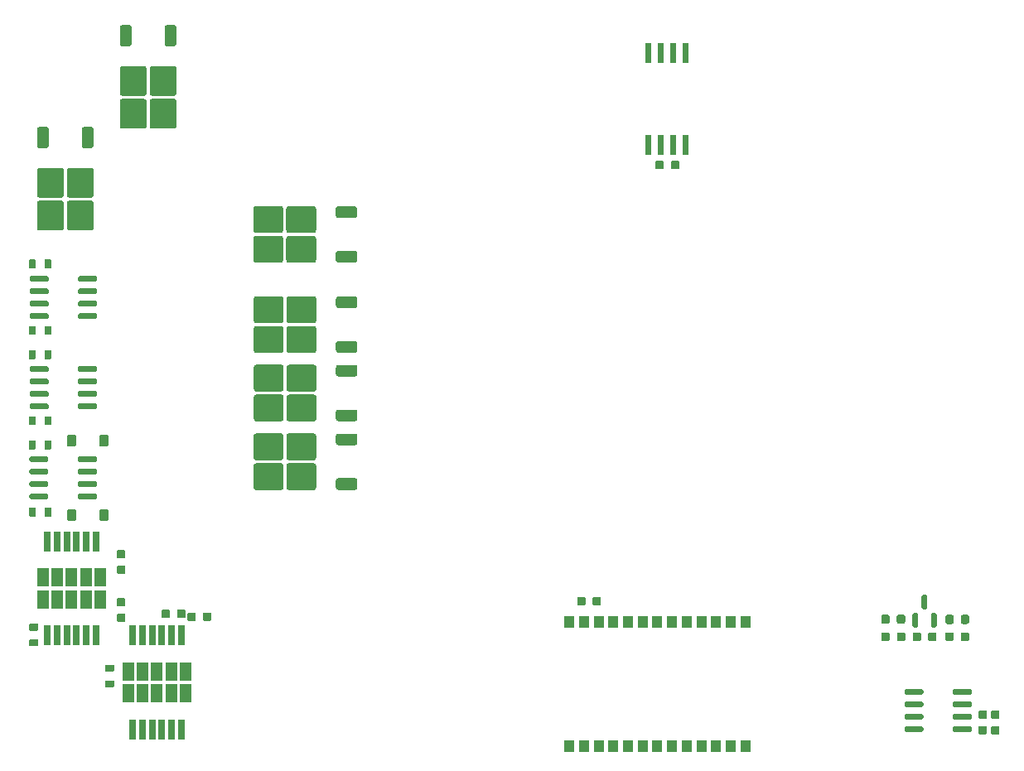
<source format=gtp>
G04 #@! TF.GenerationSoftware,KiCad,Pcbnew,8.0.8-8.0.8-0~ubuntu24.04.1*
G04 #@! TF.CreationDate,2025-02-06T06:50:32+00:00*
G04 #@! TF.ProjectId,MST01,4d535430-312e-46b6-9963-61645f706362,D*
G04 #@! TF.SameCoordinates,PX440a368PY8a86a58*
G04 #@! TF.FileFunction,Paste,Top*
G04 #@! TF.FilePolarity,Positive*
%FSLAX46Y46*%
G04 Gerber Fmt 4.6, Leading zero omitted, Abs format (unit mm)*
G04 Created by KiCad (PCBNEW 8.0.8-8.0.8-0~ubuntu24.04.1) date 2025-02-06 06:50:32*
%MOMM*%
%LPD*%
G01*
G04 APERTURE LIST*
%ADD10R,1.160000X1.950000*%
%ADD11R,0.650000X2.000000*%
%ADD12R,1.000000X1.300000*%
G04 APERTURE END LIST*
G04 #@! TO.C,D8*
G36*
G01*
X91675000Y13020000D02*
X91375000Y13020000D01*
G75*
G02*
X91225000Y13170000I0J150000D01*
G01*
X91225000Y14345000D01*
G75*
G02*
X91375000Y14495000I150000J0D01*
G01*
X91675000Y14495000D01*
G75*
G02*
X91825000Y14345000I0J-150000D01*
G01*
X91825000Y13170000D01*
G75*
G02*
X91675000Y13020000I-150000J0D01*
G01*
G37*
G36*
G01*
X93575000Y13020000D02*
X93275000Y13020000D01*
G75*
G02*
X93125000Y13170000I0J150000D01*
G01*
X93125000Y14345000D01*
G75*
G02*
X93275000Y14495000I150000J0D01*
G01*
X93575000Y14495000D01*
G75*
G02*
X93725000Y14345000I0J-150000D01*
G01*
X93725000Y13170000D01*
G75*
G02*
X93575000Y13020000I-150000J0D01*
G01*
G37*
G36*
G01*
X92625000Y14895000D02*
X92325000Y14895000D01*
G75*
G02*
X92175000Y15045000I0J150000D01*
G01*
X92175000Y16220000D01*
G75*
G02*
X92325000Y16370000I150000J0D01*
G01*
X92625000Y16370000D01*
G75*
G02*
X92775000Y16220000I0J-150000D01*
G01*
X92775000Y15045000D01*
G75*
G02*
X92625000Y14895000I-150000J0D01*
G01*
G37*
G04 #@! TD*
G04 #@! TO.C,U7*
G36*
G01*
X990000Y30075000D02*
X990000Y30375000D01*
G75*
G02*
X1140000Y30525000I150000J0D01*
G01*
X2790000Y30525000D01*
G75*
G02*
X2940000Y30375000I0J-150000D01*
G01*
X2940000Y30075000D01*
G75*
G02*
X2790000Y29925000I-150000J0D01*
G01*
X1140000Y29925000D01*
G75*
G02*
X990000Y30075000I0J150000D01*
G01*
G37*
G36*
G01*
X990000Y28805000D02*
X990000Y29105000D01*
G75*
G02*
X1140000Y29255000I150000J0D01*
G01*
X2790000Y29255000D01*
G75*
G02*
X2940000Y29105000I0J-150000D01*
G01*
X2940000Y28805000D01*
G75*
G02*
X2790000Y28655000I-150000J0D01*
G01*
X1140000Y28655000D01*
G75*
G02*
X990000Y28805000I0J150000D01*
G01*
G37*
G36*
G01*
X990000Y27535000D02*
X990000Y27835000D01*
G75*
G02*
X1140000Y27985000I150000J0D01*
G01*
X2790000Y27985000D01*
G75*
G02*
X2940000Y27835000I0J-150000D01*
G01*
X2940000Y27535000D01*
G75*
G02*
X2790000Y27385000I-150000J0D01*
G01*
X1140000Y27385000D01*
G75*
G02*
X990000Y27535000I0J150000D01*
G01*
G37*
G36*
G01*
X990000Y26265000D02*
X990000Y26565000D01*
G75*
G02*
X1140000Y26715000I150000J0D01*
G01*
X2790000Y26715000D01*
G75*
G02*
X2940000Y26565000I0J-150000D01*
G01*
X2940000Y26265000D01*
G75*
G02*
X2790000Y26115000I-150000J0D01*
G01*
X1140000Y26115000D01*
G75*
G02*
X990000Y26265000I0J150000D01*
G01*
G37*
G36*
G01*
X5940000Y26265000D02*
X5940000Y26565000D01*
G75*
G02*
X6090000Y26715000I150000J0D01*
G01*
X7740000Y26715000D01*
G75*
G02*
X7890000Y26565000I0J-150000D01*
G01*
X7890000Y26265000D01*
G75*
G02*
X7740000Y26115000I-150000J0D01*
G01*
X6090000Y26115000D01*
G75*
G02*
X5940000Y26265000I0J150000D01*
G01*
G37*
G36*
G01*
X5940000Y27535000D02*
X5940000Y27835000D01*
G75*
G02*
X6090000Y27985000I150000J0D01*
G01*
X7740000Y27985000D01*
G75*
G02*
X7890000Y27835000I0J-150000D01*
G01*
X7890000Y27535000D01*
G75*
G02*
X7740000Y27385000I-150000J0D01*
G01*
X6090000Y27385000D01*
G75*
G02*
X5940000Y27535000I0J150000D01*
G01*
G37*
G36*
G01*
X5940000Y28805000D02*
X5940000Y29105000D01*
G75*
G02*
X6090000Y29255000I150000J0D01*
G01*
X7740000Y29255000D01*
G75*
G02*
X7890000Y29105000I0J-150000D01*
G01*
X7890000Y28805000D01*
G75*
G02*
X7740000Y28655000I-150000J0D01*
G01*
X6090000Y28655000D01*
G75*
G02*
X5940000Y28805000I0J150000D01*
G01*
G37*
G36*
G01*
X5940000Y30075000D02*
X5940000Y30375000D01*
G75*
G02*
X6090000Y30525000I150000J0D01*
G01*
X7740000Y30525000D01*
G75*
G02*
X7890000Y30375000I0J-150000D01*
G01*
X7890000Y30075000D01*
G75*
G02*
X7740000Y29925000I-150000J0D01*
G01*
X6090000Y29925000D01*
G75*
G02*
X5940000Y30075000I0J150000D01*
G01*
G37*
G04 #@! TD*
G04 #@! TO.C,C27*
G36*
G01*
X67400001Y60629994D02*
X67400001Y59949994D01*
G75*
G02*
X67315001Y59864994I-85000J0D01*
G01*
X66635001Y59864994D01*
G75*
G02*
X66550001Y59949994I0J85000D01*
G01*
X66550001Y60629994D01*
G75*
G02*
X66635001Y60714994I85000J0D01*
G01*
X67315001Y60714994D01*
G75*
G02*
X67400001Y60629994I0J-85000D01*
G01*
G37*
G36*
G01*
X65819999Y60629994D02*
X65819999Y59949994D01*
G75*
G02*
X65734999Y59864994I-85000J0D01*
G01*
X65054999Y59864994D01*
G75*
G02*
X64969999Y59949994I0J85000D01*
G01*
X64969999Y60629994D01*
G75*
G02*
X65054999Y60714994I85000J0D01*
G01*
X65734999Y60714994D01*
G75*
G02*
X65819999Y60629994I0J-85000D01*
G01*
G37*
G04 #@! TD*
G04 #@! TO.C,U10*
G36*
G01*
X1005000Y39290000D02*
X1005000Y39590000D01*
G75*
G02*
X1155000Y39740000I150000J0D01*
G01*
X2805000Y39740000D01*
G75*
G02*
X2955000Y39590000I0J-150000D01*
G01*
X2955000Y39290000D01*
G75*
G02*
X2805000Y39140000I-150000J0D01*
G01*
X1155000Y39140000D01*
G75*
G02*
X1005000Y39290000I0J150000D01*
G01*
G37*
G36*
G01*
X1005000Y38020000D02*
X1005000Y38320000D01*
G75*
G02*
X1155000Y38470000I150000J0D01*
G01*
X2805000Y38470000D01*
G75*
G02*
X2955000Y38320000I0J-150000D01*
G01*
X2955000Y38020000D01*
G75*
G02*
X2805000Y37870000I-150000J0D01*
G01*
X1155000Y37870000D01*
G75*
G02*
X1005000Y38020000I0J150000D01*
G01*
G37*
G36*
G01*
X1005000Y36750000D02*
X1005000Y37050000D01*
G75*
G02*
X1155000Y37200000I150000J0D01*
G01*
X2805000Y37200000D01*
G75*
G02*
X2955000Y37050000I0J-150000D01*
G01*
X2955000Y36750000D01*
G75*
G02*
X2805000Y36600000I-150000J0D01*
G01*
X1155000Y36600000D01*
G75*
G02*
X1005000Y36750000I0J150000D01*
G01*
G37*
G36*
G01*
X1005000Y35480000D02*
X1005000Y35780000D01*
G75*
G02*
X1155000Y35930000I150000J0D01*
G01*
X2805000Y35930000D01*
G75*
G02*
X2955000Y35780000I0J-150000D01*
G01*
X2955000Y35480000D01*
G75*
G02*
X2805000Y35330000I-150000J0D01*
G01*
X1155000Y35330000D01*
G75*
G02*
X1005000Y35480000I0J150000D01*
G01*
G37*
G36*
G01*
X5955000Y35480000D02*
X5955000Y35780000D01*
G75*
G02*
X6105000Y35930000I150000J0D01*
G01*
X7755000Y35930000D01*
G75*
G02*
X7905000Y35780000I0J-150000D01*
G01*
X7905000Y35480000D01*
G75*
G02*
X7755000Y35330000I-150000J0D01*
G01*
X6105000Y35330000D01*
G75*
G02*
X5955000Y35480000I0J150000D01*
G01*
G37*
G36*
G01*
X5955000Y36750000D02*
X5955000Y37050000D01*
G75*
G02*
X6105000Y37200000I150000J0D01*
G01*
X7755000Y37200000D01*
G75*
G02*
X7905000Y37050000I0J-150000D01*
G01*
X7905000Y36750000D01*
G75*
G02*
X7755000Y36600000I-150000J0D01*
G01*
X6105000Y36600000D01*
G75*
G02*
X5955000Y36750000I0J150000D01*
G01*
G37*
G36*
G01*
X5955000Y38020000D02*
X5955000Y38320000D01*
G75*
G02*
X6105000Y38470000I150000J0D01*
G01*
X7755000Y38470000D01*
G75*
G02*
X7905000Y38320000I0J-150000D01*
G01*
X7905000Y38020000D01*
G75*
G02*
X7755000Y37870000I-150000J0D01*
G01*
X6105000Y37870000D01*
G75*
G02*
X5955000Y38020000I0J150000D01*
G01*
G37*
G36*
G01*
X5955000Y39290000D02*
X5955000Y39590000D01*
G75*
G02*
X6105000Y39740000I150000J0D01*
G01*
X7755000Y39740000D01*
G75*
G02*
X7905000Y39590000I0J-150000D01*
G01*
X7905000Y39290000D01*
G75*
G02*
X7755000Y39140000I-150000J0D01*
G01*
X6105000Y39140000D01*
G75*
G02*
X5955000Y39290000I0J150000D01*
G01*
G37*
G04 #@! TD*
G04 #@! TO.C,R31*
G36*
G01*
X935000Y40525000D02*
X935000Y41305000D01*
G75*
G02*
X1005000Y41375000I70000J0D01*
G01*
X1565000Y41375000D01*
G75*
G02*
X1635000Y41305000I0J-70000D01*
G01*
X1635000Y40525000D01*
G75*
G02*
X1565000Y40455000I-70000J0D01*
G01*
X1005000Y40455000D01*
G75*
G02*
X935000Y40525000I0J70000D01*
G01*
G37*
G36*
G01*
X2535000Y40525000D02*
X2535000Y41305000D01*
G75*
G02*
X2605000Y41375000I70000J0D01*
G01*
X3165000Y41375000D01*
G75*
G02*
X3235000Y41305000I0J-70000D01*
G01*
X3235000Y40525000D01*
G75*
G02*
X3165000Y40455000I-70000J0D01*
G01*
X2605000Y40455000D01*
G75*
G02*
X2535000Y40525000I0J70000D01*
G01*
G37*
G04 #@! TD*
G04 #@! TO.C,C30*
G36*
G01*
X97030001Y12415000D02*
X97030001Y11735000D01*
G75*
G02*
X96945001Y11650000I-85000J0D01*
G01*
X96265001Y11650000D01*
G75*
G02*
X96180001Y11735000I0J85000D01*
G01*
X96180001Y12415000D01*
G75*
G02*
X96265001Y12500000I85000J0D01*
G01*
X96945001Y12500000D01*
G75*
G02*
X97030001Y12415000I0J-85000D01*
G01*
G37*
G36*
G01*
X95449999Y12415000D02*
X95449999Y11735000D01*
G75*
G02*
X95364999Y11650000I-85000J0D01*
G01*
X94684999Y11650000D01*
G75*
G02*
X94599999Y11735000I0J85000D01*
G01*
X94599999Y12415000D01*
G75*
G02*
X94684999Y12500000I85000J0D01*
G01*
X95364999Y12500000D01*
G75*
G02*
X95449999Y12415000I0J-85000D01*
G01*
G37*
G04 #@! TD*
G04 #@! TO.C,Q8*
G36*
G01*
X6592500Y64208750D02*
X7292500Y64208750D01*
G75*
G02*
X7542500Y63958750I0J-250000D01*
G01*
X7542500Y62258750D01*
G75*
G02*
X7292500Y62008750I-250000J0D01*
G01*
X6592500Y62008750D01*
G75*
G02*
X6342500Y62258750I0J250000D01*
G01*
X6342500Y63958750D01*
G75*
G02*
X6592500Y64208750I250000J0D01*
G01*
G37*
G36*
G01*
X5062500Y60008750D02*
X7312500Y60008750D01*
G75*
G02*
X7562500Y59758750I0J-250000D01*
G01*
X7562500Y57208750D01*
G75*
G02*
X7312500Y56958750I-250000J0D01*
G01*
X5062500Y56958750D01*
G75*
G02*
X4812500Y57208750I0J250000D01*
G01*
X4812500Y59758750D01*
G75*
G02*
X5062500Y60008750I250000J0D01*
G01*
G37*
G36*
G01*
X2012500Y60008750D02*
X4262500Y60008750D01*
G75*
G02*
X4512500Y59758750I0J-250000D01*
G01*
X4512500Y57208750D01*
G75*
G02*
X4262500Y56958750I-250000J0D01*
G01*
X2012500Y56958750D01*
G75*
G02*
X1762500Y57208750I0J250000D01*
G01*
X1762500Y59758750D01*
G75*
G02*
X2012500Y60008750I250000J0D01*
G01*
G37*
G36*
G01*
X5062500Y56658750D02*
X7312500Y56658750D01*
G75*
G02*
X7562500Y56408750I0J-250000D01*
G01*
X7562500Y53858750D01*
G75*
G02*
X7312500Y53608750I-250000J0D01*
G01*
X5062500Y53608750D01*
G75*
G02*
X4812500Y53858750I0J250000D01*
G01*
X4812500Y56408750D01*
G75*
G02*
X5062500Y56658750I250000J0D01*
G01*
G37*
G36*
G01*
X2012500Y56658750D02*
X4262500Y56658750D01*
G75*
G02*
X4512500Y56408750I0J-250000D01*
G01*
X4512500Y53858750D01*
G75*
G02*
X4262500Y53608750I-250000J0D01*
G01*
X2012500Y53608750D01*
G75*
G02*
X1762500Y53858750I0J250000D01*
G01*
X1762500Y56408750D01*
G75*
G02*
X2012500Y56658750I250000J0D01*
G01*
G37*
G36*
G01*
X2032500Y64208750D02*
X2732500Y64208750D01*
G75*
G02*
X2982500Y63958750I0J-250000D01*
G01*
X2982500Y62258750D01*
G75*
G02*
X2732500Y62008750I-250000J0D01*
G01*
X2032500Y62008750D01*
G75*
G02*
X1782500Y62258750I0J250000D01*
G01*
X1782500Y63958750D01*
G75*
G02*
X2032500Y64208750I250000J0D01*
G01*
G37*
G04 #@! TD*
G04 #@! TO.C,C26*
G36*
G01*
X10715000Y18489999D02*
X10035000Y18489999D01*
G75*
G02*
X9950000Y18574999I0J85000D01*
G01*
X9950000Y19254999D01*
G75*
G02*
X10035000Y19339999I85000J0D01*
G01*
X10715000Y19339999D01*
G75*
G02*
X10800000Y19254999I0J-85000D01*
G01*
X10800000Y18574999D01*
G75*
G02*
X10715000Y18489999I-85000J0D01*
G01*
G37*
G36*
G01*
X10715000Y20070001D02*
X10035000Y20070001D01*
G75*
G02*
X9950000Y20155001I0J85000D01*
G01*
X9950000Y20835001D01*
G75*
G02*
X10035000Y20920001I85000J0D01*
G01*
X10715000Y20920001D01*
G75*
G02*
X10800000Y20835001I0J-85000D01*
G01*
X10800000Y20155001D01*
G75*
G02*
X10715000Y20070001I-85000J0D01*
G01*
G37*
G04 #@! TD*
G04 #@! TO.C,C33*
G36*
G01*
X59400001Y16030000D02*
X59400001Y15350000D01*
G75*
G02*
X59315001Y15265000I-85000J0D01*
G01*
X58635001Y15265000D01*
G75*
G02*
X58550001Y15350000I0J85000D01*
G01*
X58550001Y16030000D01*
G75*
G02*
X58635001Y16115000I85000J0D01*
G01*
X59315001Y16115000D01*
G75*
G02*
X59400001Y16030000I0J-85000D01*
G01*
G37*
G36*
G01*
X57819999Y16030000D02*
X57819999Y15350000D01*
G75*
G02*
X57734999Y15265000I-85000J0D01*
G01*
X57054999Y15265000D01*
G75*
G02*
X56969999Y15350000I0J85000D01*
G01*
X56969999Y16030000D01*
G75*
G02*
X57054999Y16115000I85000J0D01*
G01*
X57734999Y16115000D01*
G75*
G02*
X57819999Y16030000I0J-85000D01*
G01*
G37*
G04 #@! TD*
G04 #@! TO.C,Q12*
G36*
G01*
X34515000Y28035000D02*
X34515000Y27335000D01*
G75*
G02*
X34265000Y27085000I-250000J0D01*
G01*
X32565000Y27085000D01*
G75*
G02*
X32315000Y27335000I0J250000D01*
G01*
X32315000Y28035000D01*
G75*
G02*
X32565000Y28285000I250000J0D01*
G01*
X34265000Y28285000D01*
G75*
G02*
X34515000Y28035000I0J-250000D01*
G01*
G37*
G36*
G01*
X30315000Y29565000D02*
X30315000Y27315000D01*
G75*
G02*
X30065000Y27065000I-250000J0D01*
G01*
X27515000Y27065000D01*
G75*
G02*
X27265000Y27315000I0J250000D01*
G01*
X27265000Y29565000D01*
G75*
G02*
X27515000Y29815000I250000J0D01*
G01*
X30065000Y29815000D01*
G75*
G02*
X30315000Y29565000I0J-250000D01*
G01*
G37*
G36*
G01*
X30315000Y32615000D02*
X30315000Y30365000D01*
G75*
G02*
X30065000Y30115000I-250000J0D01*
G01*
X27515000Y30115000D01*
G75*
G02*
X27265000Y30365000I0J250000D01*
G01*
X27265000Y32615000D01*
G75*
G02*
X27515000Y32865000I250000J0D01*
G01*
X30065000Y32865000D01*
G75*
G02*
X30315000Y32615000I0J-250000D01*
G01*
G37*
G36*
G01*
X26965000Y29565000D02*
X26965000Y27315000D01*
G75*
G02*
X26715000Y27065000I-250000J0D01*
G01*
X24165000Y27065000D01*
G75*
G02*
X23915000Y27315000I0J250000D01*
G01*
X23915000Y29565000D01*
G75*
G02*
X24165000Y29815000I250000J0D01*
G01*
X26715000Y29815000D01*
G75*
G02*
X26965000Y29565000I0J-250000D01*
G01*
G37*
G36*
G01*
X26965000Y32615000D02*
X26965000Y30365000D01*
G75*
G02*
X26715000Y30115000I-250000J0D01*
G01*
X24165000Y30115000D01*
G75*
G02*
X23915000Y30365000I0J250000D01*
G01*
X23915000Y32615000D01*
G75*
G02*
X24165000Y32865000I250000J0D01*
G01*
X26715000Y32865000D01*
G75*
G02*
X26965000Y32615000I0J-250000D01*
G01*
G37*
G36*
G01*
X34515000Y32595000D02*
X34515000Y31895000D01*
G75*
G02*
X34265000Y31645000I-250000J0D01*
G01*
X32565000Y31645000D01*
G75*
G02*
X32315000Y31895000I0J250000D01*
G01*
X32315000Y32595000D01*
G75*
G02*
X32565000Y32845000I250000J0D01*
G01*
X34265000Y32845000D01*
G75*
G02*
X34515000Y32595000I0J-250000D01*
G01*
G37*
G04 #@! TD*
G04 #@! TO.C,C29*
G36*
G01*
X91269999Y11725000D02*
X91269999Y12405000D01*
G75*
G02*
X91354999Y12490000I85000J0D01*
G01*
X92034999Y12490000D01*
G75*
G02*
X92119999Y12405000I0J-85000D01*
G01*
X92119999Y11725000D01*
G75*
G02*
X92034999Y11640000I-85000J0D01*
G01*
X91354999Y11640000D01*
G75*
G02*
X91269999Y11725000I0J85000D01*
G01*
G37*
G36*
G01*
X92850001Y11725000D02*
X92850001Y12405000D01*
G75*
G02*
X92935001Y12490000I85000J0D01*
G01*
X93615001Y12490000D01*
G75*
G02*
X93700001Y12405000I0J-85000D01*
G01*
X93700001Y11725000D01*
G75*
G02*
X93615001Y11640000I-85000J0D01*
G01*
X92935001Y11640000D01*
G75*
G02*
X92850001Y11725000I0J85000D01*
G01*
G37*
G04 #@! TD*
G04 #@! TO.C,Q10*
G36*
G01*
X34515000Y42055000D02*
X34515000Y41355000D01*
G75*
G02*
X34265000Y41105000I-250000J0D01*
G01*
X32565000Y41105000D01*
G75*
G02*
X32315000Y41355000I0J250000D01*
G01*
X32315000Y42055000D01*
G75*
G02*
X32565000Y42305000I250000J0D01*
G01*
X34265000Y42305000D01*
G75*
G02*
X34515000Y42055000I0J-250000D01*
G01*
G37*
G36*
G01*
X30315000Y43585000D02*
X30315000Y41335000D01*
G75*
G02*
X30065000Y41085000I-250000J0D01*
G01*
X27515000Y41085000D01*
G75*
G02*
X27265000Y41335000I0J250000D01*
G01*
X27265000Y43585000D01*
G75*
G02*
X27515000Y43835000I250000J0D01*
G01*
X30065000Y43835000D01*
G75*
G02*
X30315000Y43585000I0J-250000D01*
G01*
G37*
G36*
G01*
X30315000Y46635000D02*
X30315000Y44385000D01*
G75*
G02*
X30065000Y44135000I-250000J0D01*
G01*
X27515000Y44135000D01*
G75*
G02*
X27265000Y44385000I0J250000D01*
G01*
X27265000Y46635000D01*
G75*
G02*
X27515000Y46885000I250000J0D01*
G01*
X30065000Y46885000D01*
G75*
G02*
X30315000Y46635000I0J-250000D01*
G01*
G37*
G36*
G01*
X26965000Y43585000D02*
X26965000Y41335000D01*
G75*
G02*
X26715000Y41085000I-250000J0D01*
G01*
X24165000Y41085000D01*
G75*
G02*
X23915000Y41335000I0J250000D01*
G01*
X23915000Y43585000D01*
G75*
G02*
X24165000Y43835000I250000J0D01*
G01*
X26715000Y43835000D01*
G75*
G02*
X26965000Y43585000I0J-250000D01*
G01*
G37*
G36*
G01*
X26965000Y46635000D02*
X26965000Y44385000D01*
G75*
G02*
X26715000Y44135000I-250000J0D01*
G01*
X24165000Y44135000D01*
G75*
G02*
X23915000Y44385000I0J250000D01*
G01*
X23915000Y46635000D01*
G75*
G02*
X24165000Y46885000I250000J0D01*
G01*
X26715000Y46885000D01*
G75*
G02*
X26965000Y46635000I0J-250000D01*
G01*
G37*
G36*
G01*
X34515000Y46615000D02*
X34515000Y45915000D01*
G75*
G02*
X34265000Y45665000I-250000J0D01*
G01*
X32565000Y45665000D01*
G75*
G02*
X32315000Y45915000I0J250000D01*
G01*
X32315000Y46615000D01*
G75*
G02*
X32565000Y46865000I250000J0D01*
G01*
X34265000Y46865000D01*
G75*
G02*
X34515000Y46615000I0J-250000D01*
G01*
G37*
G04 #@! TD*
G04 #@! TO.C,U4*
G36*
G01*
X97315000Y2770000D02*
X97315000Y2470000D01*
G75*
G02*
X97165000Y2320000I-150000J0D01*
G01*
X95515000Y2320000D01*
G75*
G02*
X95365000Y2470000I0J150000D01*
G01*
X95365000Y2770000D01*
G75*
G02*
X95515000Y2920000I150000J0D01*
G01*
X97165000Y2920000D01*
G75*
G02*
X97315000Y2770000I0J-150000D01*
G01*
G37*
G36*
G01*
X97315000Y4040000D02*
X97315000Y3740000D01*
G75*
G02*
X97165000Y3590000I-150000J0D01*
G01*
X95515000Y3590000D01*
G75*
G02*
X95365000Y3740000I0J150000D01*
G01*
X95365000Y4040000D01*
G75*
G02*
X95515000Y4190000I150000J0D01*
G01*
X97165000Y4190000D01*
G75*
G02*
X97315000Y4040000I0J-150000D01*
G01*
G37*
G36*
G01*
X97315000Y5310000D02*
X97315000Y5010000D01*
G75*
G02*
X97165000Y4860000I-150000J0D01*
G01*
X95515000Y4860000D01*
G75*
G02*
X95365000Y5010000I0J150000D01*
G01*
X95365000Y5310000D01*
G75*
G02*
X95515000Y5460000I150000J0D01*
G01*
X97165000Y5460000D01*
G75*
G02*
X97315000Y5310000I0J-150000D01*
G01*
G37*
G36*
G01*
X97315000Y6580000D02*
X97315000Y6280000D01*
G75*
G02*
X97165000Y6130000I-150000J0D01*
G01*
X95515000Y6130000D01*
G75*
G02*
X95365000Y6280000I0J150000D01*
G01*
X95365000Y6580000D01*
G75*
G02*
X95515000Y6730000I150000J0D01*
G01*
X97165000Y6730000D01*
G75*
G02*
X97315000Y6580000I0J-150000D01*
G01*
G37*
G36*
G01*
X92365000Y6580000D02*
X92365000Y6280000D01*
G75*
G02*
X92215000Y6130000I-150000J0D01*
G01*
X90565000Y6130000D01*
G75*
G02*
X90415000Y6280000I0J150000D01*
G01*
X90415000Y6580000D01*
G75*
G02*
X90565000Y6730000I150000J0D01*
G01*
X92215000Y6730000D01*
G75*
G02*
X92365000Y6580000I0J-150000D01*
G01*
G37*
G36*
G01*
X92365000Y5310000D02*
X92365000Y5010000D01*
G75*
G02*
X92215000Y4860000I-150000J0D01*
G01*
X90565000Y4860000D01*
G75*
G02*
X90415000Y5010000I0J150000D01*
G01*
X90415000Y5310000D01*
G75*
G02*
X90565000Y5460000I150000J0D01*
G01*
X92215000Y5460000D01*
G75*
G02*
X92365000Y5310000I0J-150000D01*
G01*
G37*
G36*
G01*
X92365000Y4040000D02*
X92365000Y3740000D01*
G75*
G02*
X92215000Y3590000I-150000J0D01*
G01*
X90565000Y3590000D01*
G75*
G02*
X90415000Y3740000I0J150000D01*
G01*
X90415000Y4040000D01*
G75*
G02*
X90565000Y4190000I150000J0D01*
G01*
X92215000Y4190000D01*
G75*
G02*
X92365000Y4040000I0J-150000D01*
G01*
G37*
G36*
G01*
X92365000Y2770000D02*
X92365000Y2470000D01*
G75*
G02*
X92215000Y2320000I-150000J0D01*
G01*
X90565000Y2320000D01*
G75*
G02*
X90415000Y2470000I0J150000D01*
G01*
X90415000Y2770000D01*
G75*
G02*
X90565000Y2920000I150000J0D01*
G01*
X92215000Y2920000D01*
G75*
G02*
X92365000Y2770000I0J-150000D01*
G01*
G37*
G04 #@! TD*
G04 #@! TO.C,C13*
G36*
G01*
X14499999Y14065000D02*
X14499999Y14745000D01*
G75*
G02*
X14584999Y14830000I85000J0D01*
G01*
X15264999Y14830000D01*
G75*
G02*
X15349999Y14745000I0J-85000D01*
G01*
X15349999Y14065000D01*
G75*
G02*
X15264999Y13980000I-85000J0D01*
G01*
X14584999Y13980000D01*
G75*
G02*
X14499999Y14065000I0J85000D01*
G01*
G37*
G36*
G01*
X16080001Y14065000D02*
X16080001Y14745000D01*
G75*
G02*
X16165001Y14830000I85000J0D01*
G01*
X16845001Y14830000D01*
G75*
G02*
X16930001Y14745000I0J-85000D01*
G01*
X16930001Y14065000D01*
G75*
G02*
X16845001Y13980000I-85000J0D01*
G01*
X16165001Y13980000D01*
G75*
G02*
X16080001Y14065000I0J85000D01*
G01*
G37*
G04 #@! TD*
G04 #@! TO.C,C31*
G36*
G01*
X100055000Y2099999D02*
X99375000Y2099999D01*
G75*
G02*
X99290000Y2184999I0J85000D01*
G01*
X99290000Y2864999D01*
G75*
G02*
X99375000Y2949999I85000J0D01*
G01*
X100055000Y2949999D01*
G75*
G02*
X100140000Y2864999I0J-85000D01*
G01*
X100140000Y2184999D01*
G75*
G02*
X100055000Y2099999I-85000J0D01*
G01*
G37*
G36*
G01*
X100055000Y3680001D02*
X99375000Y3680001D01*
G75*
G02*
X99290000Y3765001I0J85000D01*
G01*
X99290000Y4445001D01*
G75*
G02*
X99375000Y4530001I85000J0D01*
G01*
X100055000Y4530001D01*
G75*
G02*
X100140000Y4445001I0J-85000D01*
G01*
X100140000Y3765001D01*
G75*
G02*
X100055000Y3680001I-85000J0D01*
G01*
G37*
G04 #@! TD*
G04 #@! TO.C,R10*
G36*
G01*
X935000Y31305000D02*
X935000Y32085000D01*
G75*
G02*
X1005000Y32155000I70000J0D01*
G01*
X1565000Y32155000D01*
G75*
G02*
X1635000Y32085000I0J-70000D01*
G01*
X1635000Y31305000D01*
G75*
G02*
X1565000Y31235000I-70000J0D01*
G01*
X1005000Y31235000D01*
G75*
G02*
X935000Y31305000I0J70000D01*
G01*
G37*
G36*
G01*
X2535000Y31305000D02*
X2535000Y32085000D01*
G75*
G02*
X2605000Y32155000I70000J0D01*
G01*
X3165000Y32155000D01*
G75*
G02*
X3235000Y32085000I0J-70000D01*
G01*
X3235000Y31305000D01*
G75*
G02*
X3165000Y31235000I-70000J0D01*
G01*
X2605000Y31235000D01*
G75*
G02*
X2535000Y31305000I0J70000D01*
G01*
G37*
G04 #@! TD*
G04 #@! TO.C,D2*
G36*
G01*
X4855000Y31615000D02*
X4855000Y32635000D01*
G75*
G02*
X4945000Y32725000I90000J0D01*
G01*
X5665000Y32725000D01*
G75*
G02*
X5755000Y32635000I0J-90000D01*
G01*
X5755000Y31615000D01*
G75*
G02*
X5665000Y31525000I-90000J0D01*
G01*
X4945000Y31525000D01*
G75*
G02*
X4855000Y31615000I0J90000D01*
G01*
G37*
G36*
G01*
X8155000Y31615000D02*
X8155000Y32635000D01*
G75*
G02*
X8245000Y32725000I90000J0D01*
G01*
X8965000Y32725000D01*
G75*
G02*
X9055000Y32635000I0J-90000D01*
G01*
X9055000Y31615000D01*
G75*
G02*
X8965000Y31525000I-90000J0D01*
G01*
X8245000Y31525000D01*
G75*
G02*
X8155000Y31615000I0J90000D01*
G01*
G37*
G04 #@! TD*
G04 #@! TO.C,C25*
G36*
G01*
X10035000Y16010001D02*
X10715000Y16010001D01*
G75*
G02*
X10800000Y15925001I0J-85000D01*
G01*
X10800000Y15245001D01*
G75*
G02*
X10715000Y15160001I-85000J0D01*
G01*
X10035000Y15160001D01*
G75*
G02*
X9950000Y15245001I0J85000D01*
G01*
X9950000Y15925001D01*
G75*
G02*
X10035000Y16010001I85000J0D01*
G01*
G37*
G36*
G01*
X10035000Y14429999D02*
X10715000Y14429999D01*
G75*
G02*
X10800000Y14344999I0J-85000D01*
G01*
X10800000Y13664999D01*
G75*
G02*
X10715000Y13579999I-85000J0D01*
G01*
X10035000Y13579999D01*
G75*
G02*
X9950000Y13664999I0J85000D01*
G01*
X9950000Y14344999D01*
G75*
G02*
X10035000Y14429999I85000J0D01*
G01*
G37*
G04 #@! TD*
G04 #@! TO.C,R9*
G36*
G01*
X8795000Y9215000D02*
X9575000Y9215000D01*
G75*
G02*
X9645000Y9145000I0J-70000D01*
G01*
X9645000Y8585000D01*
G75*
G02*
X9575000Y8515000I-70000J0D01*
G01*
X8795000Y8515000D01*
G75*
G02*
X8725000Y8585000I0J70000D01*
G01*
X8725000Y9145000D01*
G75*
G02*
X8795000Y9215000I70000J0D01*
G01*
G37*
G36*
G01*
X8795000Y7615000D02*
X9575000Y7615000D01*
G75*
G02*
X9645000Y7545000I0J-70000D01*
G01*
X9645000Y6985000D01*
G75*
G02*
X9575000Y6915000I-70000J0D01*
G01*
X8795000Y6915000D01*
G75*
G02*
X8725000Y6985000I0J70000D01*
G01*
X8725000Y7545000D01*
G75*
G02*
X8795000Y7615000I70000J0D01*
G01*
G37*
G04 #@! TD*
G04 #@! TO.C,C32*
G36*
G01*
X98759994Y2099999D02*
X98079994Y2099999D01*
G75*
G02*
X97994994Y2184999I0J85000D01*
G01*
X97994994Y2864999D01*
G75*
G02*
X98079994Y2949999I85000J0D01*
G01*
X98759994Y2949999D01*
G75*
G02*
X98844994Y2864999I0J-85000D01*
G01*
X98844994Y2184999D01*
G75*
G02*
X98759994Y2099999I-85000J0D01*
G01*
G37*
G36*
G01*
X98759994Y3680001D02*
X98079994Y3680001D01*
G75*
G02*
X97994994Y3765001I0J85000D01*
G01*
X97994994Y4445001D01*
G75*
G02*
X98079994Y4530001I85000J0D01*
G01*
X98759994Y4530001D01*
G75*
G02*
X98844994Y4445001I0J-85000D01*
G01*
X98844994Y3765001D01*
G75*
G02*
X98759994Y3680001I-85000J0D01*
G01*
G37*
G04 #@! TD*
G04 #@! TO.C,R16*
G36*
G01*
X3235000Y43785000D02*
X3235000Y43005000D01*
G75*
G02*
X3165000Y42935000I-70000J0D01*
G01*
X2605000Y42935000D01*
G75*
G02*
X2535000Y43005000I0J70000D01*
G01*
X2535000Y43785000D01*
G75*
G02*
X2605000Y43855000I70000J0D01*
G01*
X3165000Y43855000D01*
G75*
G02*
X3235000Y43785000I0J-70000D01*
G01*
G37*
G36*
G01*
X1635000Y43785000D02*
X1635000Y43005000D01*
G75*
G02*
X1565000Y42935000I-70000J0D01*
G01*
X1005000Y42935000D01*
G75*
G02*
X935000Y43005000I0J70000D01*
G01*
X935000Y43785000D01*
G75*
G02*
X1005000Y43855000I70000J0D01*
G01*
X1565000Y43855000D01*
G75*
G02*
X1635000Y43785000I0J-70000D01*
G01*
G37*
G04 #@! TD*
G04 #@! TO.C,L2*
G36*
G01*
X88050000Y13608750D02*
X88050000Y14121250D01*
G75*
G02*
X88268750Y14340000I218750J0D01*
G01*
X88706250Y14340000D01*
G75*
G02*
X88925000Y14121250I0J-218750D01*
G01*
X88925000Y13608750D01*
G75*
G02*
X88706250Y13390000I-218750J0D01*
G01*
X88268750Y13390000D01*
G75*
G02*
X88050000Y13608750I0J218750D01*
G01*
G37*
G36*
G01*
X89625000Y13608750D02*
X89625000Y14121250D01*
G75*
G02*
X89843750Y14340000I218750J0D01*
G01*
X90281250Y14340000D01*
G75*
G02*
X90500000Y14121250I0J-218750D01*
G01*
X90500000Y13608750D01*
G75*
G02*
X90281250Y13390000I-218750J0D01*
G01*
X89843750Y13390000D01*
G75*
G02*
X89625000Y13608750I0J218750D01*
G01*
G37*
G04 #@! TD*
G04 #@! TO.C,R15*
G36*
G01*
X3235000Y50565000D02*
X3235000Y49785000D01*
G75*
G02*
X3165000Y49715000I-70000J0D01*
G01*
X2605000Y49715000D01*
G75*
G02*
X2535000Y49785000I0J70000D01*
G01*
X2535000Y50565000D01*
G75*
G02*
X2605000Y50635000I70000J0D01*
G01*
X3165000Y50635000D01*
G75*
G02*
X3235000Y50565000I0J-70000D01*
G01*
G37*
G36*
G01*
X1635000Y50565000D02*
X1635000Y49785000D01*
G75*
G02*
X1565000Y49715000I-70000J0D01*
G01*
X1005000Y49715000D01*
G75*
G02*
X935000Y49785000I0J70000D01*
G01*
X935000Y50565000D01*
G75*
G02*
X1005000Y50635000I70000J0D01*
G01*
X1565000Y50635000D01*
G75*
G02*
X1635000Y50565000I0J-70000D01*
G01*
G37*
G04 #@! TD*
G04 #@! TO.C,R11*
G36*
G01*
X955000Y24435000D02*
X955000Y25215000D01*
G75*
G02*
X1025000Y25285000I70000J0D01*
G01*
X1585000Y25285000D01*
G75*
G02*
X1655000Y25215000I0J-70000D01*
G01*
X1655000Y24435000D01*
G75*
G02*
X1585000Y24365000I-70000J0D01*
G01*
X1025000Y24365000D01*
G75*
G02*
X955000Y24435000I0J70000D01*
G01*
G37*
G36*
G01*
X2555000Y24435000D02*
X2555000Y25215000D01*
G75*
G02*
X2625000Y25285000I70000J0D01*
G01*
X3185000Y25285000D01*
G75*
G02*
X3255000Y25215000I0J-70000D01*
G01*
X3255000Y24435000D01*
G75*
G02*
X3185000Y24365000I-70000J0D01*
G01*
X2625000Y24365000D01*
G75*
G02*
X2555000Y24435000I0J70000D01*
G01*
G37*
G04 #@! TD*
G04 #@! TO.C,D3*
G36*
G01*
X4860000Y24005000D02*
X4860000Y25025000D01*
G75*
G02*
X4950000Y25115000I90000J0D01*
G01*
X5670000Y25115000D01*
G75*
G02*
X5760000Y25025000I0J-90000D01*
G01*
X5760000Y24005000D01*
G75*
G02*
X5670000Y23915000I-90000J0D01*
G01*
X4950000Y23915000D01*
G75*
G02*
X4860000Y24005000I0J90000D01*
G01*
G37*
G36*
G01*
X8160000Y24005000D02*
X8160000Y25025000D01*
G75*
G02*
X8250000Y25115000I90000J0D01*
G01*
X8970000Y25115000D01*
G75*
G02*
X9060000Y25025000I0J-90000D01*
G01*
X9060000Y24005000D01*
G75*
G02*
X8970000Y23915000I-90000J0D01*
G01*
X8250000Y23915000D01*
G75*
G02*
X8160000Y24005000I0J90000D01*
G01*
G37*
G04 #@! TD*
D10*
G04 #@! TO.C,U1*
X11115000Y6280000D03*
X12575000Y6280000D03*
X14035000Y6280000D03*
X15495000Y6280000D03*
X16955000Y6280000D03*
X11115000Y8530000D03*
X12575000Y8530000D03*
X14035000Y8530000D03*
X15495000Y8530000D03*
X16955000Y8530000D03*
D11*
X11535000Y2605000D03*
X12535000Y2605000D03*
X13535000Y2605000D03*
X14535000Y2605000D03*
X15535000Y2605000D03*
X16535000Y2605000D03*
X16535000Y12205000D03*
X15535000Y12205000D03*
X14535000Y12205000D03*
X13535000Y12205000D03*
X12535000Y12205000D03*
X11535000Y12205000D03*
G04 #@! TD*
D10*
G04 #@! TO.C,U2*
X2395000Y15880000D03*
X3855000Y15880000D03*
X5315000Y15880000D03*
X6775000Y15880000D03*
X8235000Y15880000D03*
X2395000Y18130000D03*
X3855000Y18130000D03*
X5315000Y18130000D03*
X6775000Y18130000D03*
X8235000Y18130000D03*
D11*
X2815000Y12205000D03*
X3815000Y12205000D03*
X4815000Y12205000D03*
X5815000Y12205000D03*
X6815000Y12205000D03*
X7815000Y12205000D03*
X7815000Y21805000D03*
X6815000Y21805000D03*
X5815000Y21805000D03*
X4815000Y21805000D03*
X3815000Y21805000D03*
X2815000Y21805000D03*
G04 #@! TD*
G04 #@! TO.C,R32*
G36*
G01*
X935000Y33775000D02*
X935000Y34555000D01*
G75*
G02*
X1005000Y34625000I70000J0D01*
G01*
X1565000Y34625000D01*
G75*
G02*
X1635000Y34555000I0J-70000D01*
G01*
X1635000Y33775000D01*
G75*
G02*
X1565000Y33705000I-70000J0D01*
G01*
X1005000Y33705000D01*
G75*
G02*
X935000Y33775000I0J70000D01*
G01*
G37*
G36*
G01*
X2535000Y33775000D02*
X2535000Y34555000D01*
G75*
G02*
X2605000Y34625000I70000J0D01*
G01*
X3165000Y34625000D01*
G75*
G02*
X3235000Y34555000I0J-70000D01*
G01*
X3235000Y33775000D01*
G75*
G02*
X3165000Y33705000I-70000J0D01*
G01*
X2605000Y33705000D01*
G75*
G02*
X2535000Y33775000I0J70000D01*
G01*
G37*
G04 #@! TD*
G04 #@! TO.C,C28*
G36*
G01*
X88069999Y11725000D02*
X88069999Y12405000D01*
G75*
G02*
X88154999Y12490000I85000J0D01*
G01*
X88834999Y12490000D01*
G75*
G02*
X88919999Y12405000I0J-85000D01*
G01*
X88919999Y11725000D01*
G75*
G02*
X88834999Y11640000I-85000J0D01*
G01*
X88154999Y11640000D01*
G75*
G02*
X88069999Y11725000I0J85000D01*
G01*
G37*
G36*
G01*
X89650001Y11725000D02*
X89650001Y12405000D01*
G75*
G02*
X89735001Y12490000I85000J0D01*
G01*
X90415001Y12490000D01*
G75*
G02*
X90500001Y12405000I0J-85000D01*
G01*
X90500001Y11725000D01*
G75*
G02*
X90415001Y11640000I-85000J0D01*
G01*
X89735001Y11640000D01*
G75*
G02*
X89650001Y11725000I0J85000D01*
G01*
G37*
G04 #@! TD*
G04 #@! TO.C,Q9*
G36*
G01*
X34495000Y51275000D02*
X34495000Y50575000D01*
G75*
G02*
X34245000Y50325000I-250000J0D01*
G01*
X32545000Y50325000D01*
G75*
G02*
X32295000Y50575000I0J250000D01*
G01*
X32295000Y51275000D01*
G75*
G02*
X32545000Y51525000I250000J0D01*
G01*
X34245000Y51525000D01*
G75*
G02*
X34495000Y51275000I0J-250000D01*
G01*
G37*
G36*
G01*
X30295000Y52805000D02*
X30295000Y50555000D01*
G75*
G02*
X30045000Y50305000I-250000J0D01*
G01*
X27495000Y50305000D01*
G75*
G02*
X27245000Y50555000I0J250000D01*
G01*
X27245000Y52805000D01*
G75*
G02*
X27495000Y53055000I250000J0D01*
G01*
X30045000Y53055000D01*
G75*
G02*
X30295000Y52805000I0J-250000D01*
G01*
G37*
G36*
G01*
X30295000Y55855000D02*
X30295000Y53605000D01*
G75*
G02*
X30045000Y53355000I-250000J0D01*
G01*
X27495000Y53355000D01*
G75*
G02*
X27245000Y53605000I0J250000D01*
G01*
X27245000Y55855000D01*
G75*
G02*
X27495000Y56105000I250000J0D01*
G01*
X30045000Y56105000D01*
G75*
G02*
X30295000Y55855000I0J-250000D01*
G01*
G37*
G36*
G01*
X26945000Y52805000D02*
X26945000Y50555000D01*
G75*
G02*
X26695000Y50305000I-250000J0D01*
G01*
X24145000Y50305000D01*
G75*
G02*
X23895000Y50555000I0J250000D01*
G01*
X23895000Y52805000D01*
G75*
G02*
X24145000Y53055000I250000J0D01*
G01*
X26695000Y53055000D01*
G75*
G02*
X26945000Y52805000I0J-250000D01*
G01*
G37*
G36*
G01*
X26945000Y55855000D02*
X26945000Y53605000D01*
G75*
G02*
X26695000Y53355000I-250000J0D01*
G01*
X24145000Y53355000D01*
G75*
G02*
X23895000Y53605000I0J250000D01*
G01*
X23895000Y55855000D01*
G75*
G02*
X24145000Y56105000I250000J0D01*
G01*
X26695000Y56105000D01*
G75*
G02*
X26945000Y55855000I0J-250000D01*
G01*
G37*
G36*
G01*
X34495000Y55835000D02*
X34495000Y55135000D01*
G75*
G02*
X34245000Y54885000I-250000J0D01*
G01*
X32545000Y54885000D01*
G75*
G02*
X32295000Y55135000I0J250000D01*
G01*
X32295000Y55835000D01*
G75*
G02*
X32545000Y56085000I250000J0D01*
G01*
X34245000Y56085000D01*
G75*
G02*
X34495000Y55835000I0J-250000D01*
G01*
G37*
G04 #@! TD*
G04 #@! TO.C,U6*
G36*
G01*
X1005000Y48510000D02*
X1005000Y48810000D01*
G75*
G02*
X1155000Y48960000I150000J0D01*
G01*
X2805000Y48960000D01*
G75*
G02*
X2955000Y48810000I0J-150000D01*
G01*
X2955000Y48510000D01*
G75*
G02*
X2805000Y48360000I-150000J0D01*
G01*
X1155000Y48360000D01*
G75*
G02*
X1005000Y48510000I0J150000D01*
G01*
G37*
G36*
G01*
X1005000Y47240000D02*
X1005000Y47540000D01*
G75*
G02*
X1155000Y47690000I150000J0D01*
G01*
X2805000Y47690000D01*
G75*
G02*
X2955000Y47540000I0J-150000D01*
G01*
X2955000Y47240000D01*
G75*
G02*
X2805000Y47090000I-150000J0D01*
G01*
X1155000Y47090000D01*
G75*
G02*
X1005000Y47240000I0J150000D01*
G01*
G37*
G36*
G01*
X1005000Y45970000D02*
X1005000Y46270000D01*
G75*
G02*
X1155000Y46420000I150000J0D01*
G01*
X2805000Y46420000D01*
G75*
G02*
X2955000Y46270000I0J-150000D01*
G01*
X2955000Y45970000D01*
G75*
G02*
X2805000Y45820000I-150000J0D01*
G01*
X1155000Y45820000D01*
G75*
G02*
X1005000Y45970000I0J150000D01*
G01*
G37*
G36*
G01*
X1005000Y44700000D02*
X1005000Y45000000D01*
G75*
G02*
X1155000Y45150000I150000J0D01*
G01*
X2805000Y45150000D01*
G75*
G02*
X2955000Y45000000I0J-150000D01*
G01*
X2955000Y44700000D01*
G75*
G02*
X2805000Y44550000I-150000J0D01*
G01*
X1155000Y44550000D01*
G75*
G02*
X1005000Y44700000I0J150000D01*
G01*
G37*
G36*
G01*
X5955000Y44700000D02*
X5955000Y45000000D01*
G75*
G02*
X6105000Y45150000I150000J0D01*
G01*
X7755000Y45150000D01*
G75*
G02*
X7905000Y45000000I0J-150000D01*
G01*
X7905000Y44700000D01*
G75*
G02*
X7755000Y44550000I-150000J0D01*
G01*
X6105000Y44550000D01*
G75*
G02*
X5955000Y44700000I0J150000D01*
G01*
G37*
G36*
G01*
X5955000Y45970000D02*
X5955000Y46270000D01*
G75*
G02*
X6105000Y46420000I150000J0D01*
G01*
X7755000Y46420000D01*
G75*
G02*
X7905000Y46270000I0J-150000D01*
G01*
X7905000Y45970000D01*
G75*
G02*
X7755000Y45820000I-150000J0D01*
G01*
X6105000Y45820000D01*
G75*
G02*
X5955000Y45970000I0J150000D01*
G01*
G37*
G36*
G01*
X5955000Y47240000D02*
X5955000Y47540000D01*
G75*
G02*
X6105000Y47690000I150000J0D01*
G01*
X7755000Y47690000D01*
G75*
G02*
X7905000Y47540000I0J-150000D01*
G01*
X7905000Y47240000D01*
G75*
G02*
X7755000Y47090000I-150000J0D01*
G01*
X6105000Y47090000D01*
G75*
G02*
X5955000Y47240000I0J150000D01*
G01*
G37*
G36*
G01*
X5955000Y48510000D02*
X5955000Y48810000D01*
G75*
G02*
X6105000Y48960000I150000J0D01*
G01*
X7755000Y48960000D01*
G75*
G02*
X7905000Y48810000I0J-150000D01*
G01*
X7905000Y48510000D01*
G75*
G02*
X7755000Y48360000I-150000J0D01*
G01*
X6105000Y48360000D01*
G75*
G02*
X5955000Y48510000I0J150000D01*
G01*
G37*
G04 #@! TD*
G04 #@! TO.C,L1*
G36*
G01*
X97040000Y14101250D02*
X97040000Y13588750D01*
G75*
G02*
X96821250Y13370000I-218750J0D01*
G01*
X96383750Y13370000D01*
G75*
G02*
X96165000Y13588750I0J218750D01*
G01*
X96165000Y14101250D01*
G75*
G02*
X96383750Y14320000I218750J0D01*
G01*
X96821250Y14320000D01*
G75*
G02*
X97040000Y14101250I0J-218750D01*
G01*
G37*
G36*
G01*
X95465000Y14101250D02*
X95465000Y13588750D01*
G75*
G02*
X95246250Y13370000I-218750J0D01*
G01*
X94808750Y13370000D01*
G75*
G02*
X94590000Y13588750I0J218750D01*
G01*
X94590000Y14101250D01*
G75*
G02*
X94808750Y14320000I218750J0D01*
G01*
X95246250Y14320000D01*
G75*
G02*
X95465000Y14101250I0J-218750D01*
G01*
G37*
G04 #@! TD*
G04 #@! TO.C,Q11*
G36*
G01*
X34525000Y35055000D02*
X34525000Y34355000D01*
G75*
G02*
X34275000Y34105000I-250000J0D01*
G01*
X32575000Y34105000D01*
G75*
G02*
X32325000Y34355000I0J250000D01*
G01*
X32325000Y35055000D01*
G75*
G02*
X32575000Y35305000I250000J0D01*
G01*
X34275000Y35305000D01*
G75*
G02*
X34525000Y35055000I0J-250000D01*
G01*
G37*
G36*
G01*
X30325000Y36585000D02*
X30325000Y34335000D01*
G75*
G02*
X30075000Y34085000I-250000J0D01*
G01*
X27525000Y34085000D01*
G75*
G02*
X27275000Y34335000I0J250000D01*
G01*
X27275000Y36585000D01*
G75*
G02*
X27525000Y36835000I250000J0D01*
G01*
X30075000Y36835000D01*
G75*
G02*
X30325000Y36585000I0J-250000D01*
G01*
G37*
G36*
G01*
X30325000Y39635000D02*
X30325000Y37385000D01*
G75*
G02*
X30075000Y37135000I-250000J0D01*
G01*
X27525000Y37135000D01*
G75*
G02*
X27275000Y37385000I0J250000D01*
G01*
X27275000Y39635000D01*
G75*
G02*
X27525000Y39885000I250000J0D01*
G01*
X30075000Y39885000D01*
G75*
G02*
X30325000Y39635000I0J-250000D01*
G01*
G37*
G36*
G01*
X26975000Y36585000D02*
X26975000Y34335000D01*
G75*
G02*
X26725000Y34085000I-250000J0D01*
G01*
X24175000Y34085000D01*
G75*
G02*
X23925000Y34335000I0J250000D01*
G01*
X23925000Y36585000D01*
G75*
G02*
X24175000Y36835000I250000J0D01*
G01*
X26725000Y36835000D01*
G75*
G02*
X26975000Y36585000I0J-250000D01*
G01*
G37*
G36*
G01*
X26975000Y39635000D02*
X26975000Y37385000D01*
G75*
G02*
X26725000Y37135000I-250000J0D01*
G01*
X24175000Y37135000D01*
G75*
G02*
X23925000Y37385000I0J250000D01*
G01*
X23925000Y39635000D01*
G75*
G02*
X24175000Y39885000I250000J0D01*
G01*
X26725000Y39885000D01*
G75*
G02*
X26975000Y39635000I0J-250000D01*
G01*
G37*
G36*
G01*
X34525000Y39615000D02*
X34525000Y38915000D01*
G75*
G02*
X34275000Y38665000I-250000J0D01*
G01*
X32575000Y38665000D01*
G75*
G02*
X32325000Y38915000I0J250000D01*
G01*
X32325000Y39615000D01*
G75*
G02*
X32575000Y39865000I250000J0D01*
G01*
X34275000Y39865000D01*
G75*
G02*
X34525000Y39615000I0J-250000D01*
G01*
G37*
G04 #@! TD*
D12*
G04 #@! TO.C,U5*
X74175000Y13575000D03*
X72675000Y13575000D03*
X71175000Y13575000D03*
X69675000Y13575000D03*
X68175000Y13575000D03*
X66675000Y13575000D03*
X65175000Y13575000D03*
X63675000Y13575000D03*
X62175000Y13575000D03*
X60675000Y13575000D03*
X59175000Y13575000D03*
X57675000Y13575000D03*
X56175000Y13575000D03*
X56175000Y875000D03*
X57675000Y875000D03*
X59175000Y875000D03*
X60675000Y875000D03*
X62175000Y875000D03*
X63675000Y875000D03*
X65175000Y875000D03*
X66675000Y875000D03*
X68175000Y875000D03*
X69675000Y875000D03*
X71175000Y875000D03*
X72675000Y875000D03*
X74175000Y875000D03*
G04 #@! TD*
G04 #@! TO.C,U12*
G36*
G01*
X64503700Y61365000D02*
X63996300Y61365000D01*
G75*
G02*
X63955000Y61406300I0J41300D01*
G01*
X63955000Y63343700D01*
G75*
G02*
X63996300Y63385000I41300J0D01*
G01*
X64503700Y63385000D01*
G75*
G02*
X64545000Y63343700I0J-41300D01*
G01*
X64545000Y61406300D01*
G75*
G02*
X64503700Y61365000I-41300J0D01*
G01*
G37*
G36*
G01*
X65773700Y61365000D02*
X65266300Y61365000D01*
G75*
G02*
X65225000Y61406300I0J41300D01*
G01*
X65225000Y63343700D01*
G75*
G02*
X65266300Y63385000I41300J0D01*
G01*
X65773700Y63385000D01*
G75*
G02*
X65815000Y63343700I0J-41300D01*
G01*
X65815000Y61406300D01*
G75*
G02*
X65773700Y61365000I-41300J0D01*
G01*
G37*
G36*
G01*
X67043700Y61365000D02*
X66536300Y61365000D01*
G75*
G02*
X66495000Y61406300I0J41300D01*
G01*
X66495000Y63343700D01*
G75*
G02*
X66536300Y63385000I41300J0D01*
G01*
X67043700Y63385000D01*
G75*
G02*
X67085000Y63343700I0J-41300D01*
G01*
X67085000Y61406300D01*
G75*
G02*
X67043700Y61365000I-41300J0D01*
G01*
G37*
G36*
G01*
X68313700Y61365000D02*
X67806300Y61365000D01*
G75*
G02*
X67765000Y61406300I0J41300D01*
G01*
X67765000Y63343700D01*
G75*
G02*
X67806300Y63385000I41300J0D01*
G01*
X68313700Y63385000D01*
G75*
G02*
X68355000Y63343700I0J-41300D01*
G01*
X68355000Y61406300D01*
G75*
G02*
X68313700Y61365000I-41300J0D01*
G01*
G37*
G36*
G01*
X68313700Y70725000D02*
X67806300Y70725000D01*
G75*
G02*
X67765000Y70766300I0J41300D01*
G01*
X67765000Y72703700D01*
G75*
G02*
X67806300Y72745000I41300J0D01*
G01*
X68313700Y72745000D01*
G75*
G02*
X68355000Y72703700I0J-41300D01*
G01*
X68355000Y70766300D01*
G75*
G02*
X68313700Y70725000I-41300J0D01*
G01*
G37*
G36*
G01*
X67043700Y70725000D02*
X66536300Y70725000D01*
G75*
G02*
X66495000Y70766300I0J41300D01*
G01*
X66495000Y72703700D01*
G75*
G02*
X66536300Y72745000I41300J0D01*
G01*
X67043700Y72745000D01*
G75*
G02*
X67085000Y72703700I0J-41300D01*
G01*
X67085000Y70766300D01*
G75*
G02*
X67043700Y70725000I-41300J0D01*
G01*
G37*
G36*
G01*
X65773700Y70725000D02*
X65266300Y70725000D01*
G75*
G02*
X65225000Y70766300I0J41300D01*
G01*
X65225000Y72703700D01*
G75*
G02*
X65266300Y72745000I41300J0D01*
G01*
X65773700Y72745000D01*
G75*
G02*
X65815000Y72703700I0J-41300D01*
G01*
X65815000Y70766300D01*
G75*
G02*
X65773700Y70725000I-41300J0D01*
G01*
G37*
G36*
G01*
X64503700Y70725000D02*
X63996300Y70725000D01*
G75*
G02*
X63955000Y70766300I0J41300D01*
G01*
X63955000Y72703700D01*
G75*
G02*
X63996300Y72745000I41300J0D01*
G01*
X64503700Y72745000D01*
G75*
G02*
X64545000Y72703700I0J-41300D01*
G01*
X64545000Y70766300D01*
G75*
G02*
X64503700Y70725000I-41300J0D01*
G01*
G37*
G04 #@! TD*
G04 #@! TO.C,C12*
G36*
G01*
X19580001Y14455000D02*
X19580001Y13775000D01*
G75*
G02*
X19495001Y13690000I-85000J0D01*
G01*
X18815001Y13690000D01*
G75*
G02*
X18730001Y13775000I0J85000D01*
G01*
X18730001Y14455000D01*
G75*
G02*
X18815001Y14540000I85000J0D01*
G01*
X19495001Y14540000D01*
G75*
G02*
X19580001Y14455000I0J-85000D01*
G01*
G37*
G36*
G01*
X17999999Y14455000D02*
X17999999Y13775000D01*
G75*
G02*
X17914999Y13690000I-85000J0D01*
G01*
X17234999Y13690000D01*
G75*
G02*
X17149999Y13775000I0J85000D01*
G01*
X17149999Y14455000D01*
G75*
G02*
X17234999Y14540000I85000J0D01*
G01*
X17914999Y14540000D01*
G75*
G02*
X17999999Y14455000I0J-85000D01*
G01*
G37*
G04 #@! TD*
G04 #@! TO.C,R14*
G36*
G01*
X1055000Y13395000D02*
X1835000Y13395000D01*
G75*
G02*
X1905000Y13325000I0J-70000D01*
G01*
X1905000Y12765000D01*
G75*
G02*
X1835000Y12695000I-70000J0D01*
G01*
X1055000Y12695000D01*
G75*
G02*
X985000Y12765000I0J70000D01*
G01*
X985000Y13325000D01*
G75*
G02*
X1055000Y13395000I70000J0D01*
G01*
G37*
G36*
G01*
X1055000Y11795000D02*
X1835000Y11795000D01*
G75*
G02*
X1905000Y11725000I0J-70000D01*
G01*
X1905000Y11165000D01*
G75*
G02*
X1835000Y11095000I-70000J0D01*
G01*
X1055000Y11095000D01*
G75*
G02*
X985000Y11165000I0J70000D01*
G01*
X985000Y11725000D01*
G75*
G02*
X1055000Y11795000I70000J0D01*
G01*
G37*
G04 #@! TD*
G04 #@! TO.C,Q7*
G36*
G01*
X15057500Y74621250D02*
X15757500Y74621250D01*
G75*
G02*
X16007500Y74371250I0J-250000D01*
G01*
X16007500Y72671250D01*
G75*
G02*
X15757500Y72421250I-250000J0D01*
G01*
X15057500Y72421250D01*
G75*
G02*
X14807500Y72671250I0J250000D01*
G01*
X14807500Y74371250D01*
G75*
G02*
X15057500Y74621250I250000J0D01*
G01*
G37*
G36*
G01*
X13527500Y70421250D02*
X15777500Y70421250D01*
G75*
G02*
X16027500Y70171250I0J-250000D01*
G01*
X16027500Y67621250D01*
G75*
G02*
X15777500Y67371250I-250000J0D01*
G01*
X13527500Y67371250D01*
G75*
G02*
X13277500Y67621250I0J250000D01*
G01*
X13277500Y70171250D01*
G75*
G02*
X13527500Y70421250I250000J0D01*
G01*
G37*
G36*
G01*
X10477500Y70421250D02*
X12727500Y70421250D01*
G75*
G02*
X12977500Y70171250I0J-250000D01*
G01*
X12977500Y67621250D01*
G75*
G02*
X12727500Y67371250I-250000J0D01*
G01*
X10477500Y67371250D01*
G75*
G02*
X10227500Y67621250I0J250000D01*
G01*
X10227500Y70171250D01*
G75*
G02*
X10477500Y70421250I250000J0D01*
G01*
G37*
G36*
G01*
X13527500Y67071250D02*
X15777500Y67071250D01*
G75*
G02*
X16027500Y66821250I0J-250000D01*
G01*
X16027500Y64271250D01*
G75*
G02*
X15777500Y64021250I-250000J0D01*
G01*
X13527500Y64021250D01*
G75*
G02*
X13277500Y64271250I0J250000D01*
G01*
X13277500Y66821250D01*
G75*
G02*
X13527500Y67071250I250000J0D01*
G01*
G37*
G36*
G01*
X10477500Y67071250D02*
X12727500Y67071250D01*
G75*
G02*
X12977500Y66821250I0J-250000D01*
G01*
X12977500Y64271250D01*
G75*
G02*
X12727500Y64021250I-250000J0D01*
G01*
X10477500Y64021250D01*
G75*
G02*
X10227500Y64271250I0J250000D01*
G01*
X10227500Y66821250D01*
G75*
G02*
X10477500Y67071250I250000J0D01*
G01*
G37*
G36*
G01*
X10497500Y74621250D02*
X11197500Y74621250D01*
G75*
G02*
X11447500Y74371250I0J-250000D01*
G01*
X11447500Y72671250D01*
G75*
G02*
X11197500Y72421250I-250000J0D01*
G01*
X10497500Y72421250D01*
G75*
G02*
X10247500Y72671250I0J250000D01*
G01*
X10247500Y74371250D01*
G75*
G02*
X10497500Y74621250I250000J0D01*
G01*
G37*
G04 #@! TD*
M02*

</source>
